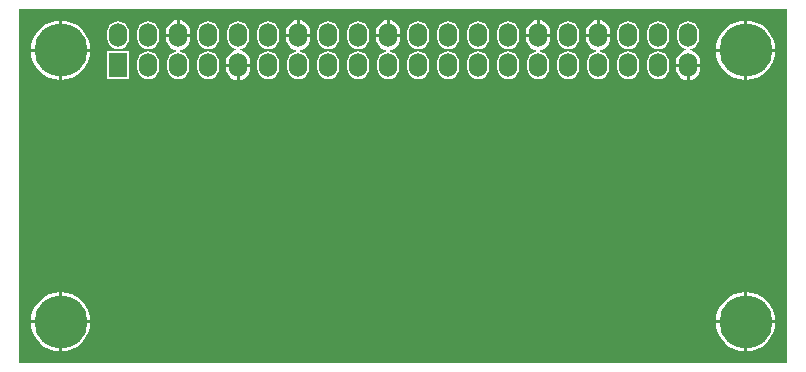
<source format=gbl>
G04*
G04 #@! TF.GenerationSoftware,Altium Limited,CircuitStudio,1.5.1 (13)*
G04*
G04 Layer_Physical_Order=2*
G04 Layer_Color=12500520*
%FSLAX25Y25*%
%MOIN*%
G70*
G01*
G75*
%ADD16C,0.01000*%
%ADD17C,0.17716*%
%ADD18O,0.06000X0.08000*%
%ADD19R,0.06000X0.08000*%
%ADD20C,0.02756*%
G36*
X767717Y236220D02*
X511811D01*
Y354331D01*
X767717D01*
Y236220D01*
D02*
G37*
%LPC*%
G36*
X608798Y345051D02*
X604764D01*
X600729D01*
Y344551D01*
X600867Y343507D01*
X601270Y342534D01*
X601911Y341698D01*
X602746Y341057D01*
X603720Y340654D01*
X604118Y340602D01*
Y340097D01*
X603824Y340058D01*
X602948Y339696D01*
X602196Y339119D01*
X601619Y338367D01*
X601257Y337491D01*
X601133Y336551D01*
Y334551D01*
X601257Y333611D01*
X601619Y332736D01*
X602196Y331984D01*
X602948Y331407D01*
X603824Y331044D01*
X604764Y330920D01*
X605704Y331044D01*
X606579Y331407D01*
X607331Y331984D01*
X607908Y332736D01*
X608271Y333611D01*
X608395Y334551D01*
Y336551D01*
X608271Y337491D01*
X607908Y338367D01*
X607331Y339119D01*
X606579Y339696D01*
X605704Y340058D01*
X605409Y340097D01*
Y340602D01*
X605808Y340654D01*
X606781Y341057D01*
X607617Y341698D01*
X608258Y342534D01*
X608661Y343507D01*
X608798Y344551D01*
Y345051D01*
D02*
G37*
G36*
X614764Y340182D02*
X613824Y340058D01*
X612948Y339696D01*
X612196Y339119D01*
X611619Y338367D01*
X611257Y337491D01*
X611133Y336551D01*
Y334551D01*
X611257Y333611D01*
X611619Y332736D01*
X612196Y331984D01*
X612948Y331407D01*
X613824Y331044D01*
X614764Y330920D01*
X615704Y331044D01*
X616579Y331407D01*
X617331Y331984D01*
X617908Y332736D01*
X618271Y333611D01*
X618395Y334551D01*
Y336551D01*
X618271Y337491D01*
X617908Y338367D01*
X617331Y339119D01*
X616579Y339696D01*
X615704Y340058D01*
X614764Y340182D01*
D02*
G37*
G36*
X624764D02*
X623824Y340058D01*
X622948Y339696D01*
X622196Y339119D01*
X621619Y338367D01*
X621256Y337491D01*
X621133Y336551D01*
Y334551D01*
X621256Y333611D01*
X621619Y332736D01*
X622196Y331984D01*
X622948Y331407D01*
X623824Y331044D01*
X624764Y330920D01*
X625704Y331044D01*
X626579Y331407D01*
X627331Y331984D01*
X627908Y332736D01*
X628271Y333611D01*
X628395Y334551D01*
Y336551D01*
X628271Y337491D01*
X627908Y338367D01*
X627331Y339119D01*
X626579Y339696D01*
X625704Y340058D01*
X624764Y340182D01*
D02*
G37*
G36*
X594764D02*
X593824Y340058D01*
X592948Y339696D01*
X592196Y339119D01*
X591619Y338367D01*
X591257Y337491D01*
X591133Y336551D01*
Y334551D01*
X591257Y333611D01*
X591619Y332736D01*
X592196Y331984D01*
X592948Y331407D01*
X593824Y331044D01*
X594764Y330920D01*
X595704Y331044D01*
X596579Y331407D01*
X597331Y331984D01*
X597908Y332736D01*
X598271Y333611D01*
X598395Y334551D01*
Y336551D01*
X598271Y337491D01*
X597908Y338367D01*
X597331Y339119D01*
X596579Y339696D01*
X595704Y340058D01*
X594764Y340182D01*
D02*
G37*
G36*
X554764D02*
X553824Y340058D01*
X552948Y339696D01*
X552196Y339119D01*
X551619Y338367D01*
X551257Y337491D01*
X551133Y336551D01*
Y334551D01*
X551257Y333611D01*
X551619Y332736D01*
X552196Y331984D01*
X552948Y331407D01*
X553824Y331044D01*
X554764Y330920D01*
X555704Y331044D01*
X556579Y331407D01*
X557331Y331984D01*
X557908Y332736D01*
X558271Y333611D01*
X558395Y334551D01*
Y336551D01*
X558271Y337491D01*
X557908Y338367D01*
X557331Y339119D01*
X556579Y339696D01*
X555704Y340058D01*
X554764Y340182D01*
D02*
G37*
G36*
X568798Y345051D02*
X564764D01*
X560729D01*
Y344551D01*
X560867Y343507D01*
X561270Y342534D01*
X561911Y341698D01*
X562746Y341057D01*
X563720Y340654D01*
X564118Y340602D01*
Y340097D01*
X563824Y340058D01*
X562948Y339696D01*
X562196Y339119D01*
X561619Y338367D01*
X561257Y337491D01*
X561133Y336551D01*
Y334551D01*
X561257Y333611D01*
X561619Y332736D01*
X562196Y331984D01*
X562948Y331407D01*
X563824Y331044D01*
X564764Y330920D01*
X565704Y331044D01*
X566579Y331407D01*
X567331Y331984D01*
X567908Y332736D01*
X568271Y333611D01*
X568395Y334551D01*
Y336551D01*
X568271Y337491D01*
X567908Y338367D01*
X567331Y339119D01*
X566579Y339696D01*
X565704Y340058D01*
X565409Y340097D01*
Y340602D01*
X565808Y340654D01*
X566781Y341057D01*
X567617Y341698D01*
X568258Y342534D01*
X568661Y343507D01*
X568798Y344551D01*
Y345051D01*
D02*
G37*
G36*
X574764Y340182D02*
X573824Y340058D01*
X572948Y339696D01*
X572196Y339119D01*
X571619Y338367D01*
X571256Y337491D01*
X571133Y336551D01*
Y334551D01*
X571256Y333611D01*
X571619Y332736D01*
X572196Y331984D01*
X572948Y331407D01*
X573824Y331044D01*
X574764Y330920D01*
X575704Y331044D01*
X576579Y331407D01*
X577331Y331984D01*
X577908Y332736D01*
X578271Y333611D01*
X578395Y334551D01*
Y336551D01*
X578271Y337491D01*
X577908Y338367D01*
X577331Y339119D01*
X576579Y339696D01*
X575704Y340058D01*
X574764Y340182D01*
D02*
G37*
G36*
X638798Y345051D02*
X634764D01*
X630729D01*
Y344551D01*
X630867Y343507D01*
X631270Y342534D01*
X631911Y341698D01*
X632747Y341057D01*
X633720Y340654D01*
X634119Y340602D01*
Y340097D01*
X633824Y340058D01*
X632948Y339696D01*
X632196Y339119D01*
X631619Y338367D01*
X631256Y337491D01*
X631133Y336551D01*
Y334551D01*
X631256Y333611D01*
X631619Y332736D01*
X632196Y331984D01*
X632948Y331407D01*
X633824Y331044D01*
X634764Y330920D01*
X635704Y331044D01*
X636579Y331407D01*
X637331Y331984D01*
X637908Y332736D01*
X638271Y333611D01*
X638395Y334551D01*
Y336551D01*
X638271Y337491D01*
X637908Y338367D01*
X637331Y339119D01*
X636579Y339696D01*
X635704Y340058D01*
X635409Y340097D01*
Y340602D01*
X635808Y340654D01*
X636781Y341057D01*
X637617Y341698D01*
X638258Y342534D01*
X638661Y343507D01*
X638798Y344551D01*
Y345051D01*
D02*
G37*
G36*
X688798D02*
X684764D01*
X680729D01*
Y344551D01*
X680867Y343507D01*
X681270Y342534D01*
X681911Y341698D01*
X682747Y341057D01*
X683720Y340654D01*
X684119Y340602D01*
Y340097D01*
X683824Y340058D01*
X682948Y339696D01*
X682196Y339119D01*
X681619Y338367D01*
X681256Y337491D01*
X681133Y336551D01*
Y334551D01*
X681256Y333611D01*
X681619Y332736D01*
X682196Y331984D01*
X682948Y331407D01*
X683824Y331044D01*
X684764Y330920D01*
X685704Y331044D01*
X686579Y331407D01*
X687331Y331984D01*
X687908Y332736D01*
X688271Y333611D01*
X688395Y334551D01*
Y336551D01*
X688271Y337491D01*
X687908Y338367D01*
X687331Y339119D01*
X686579Y339696D01*
X685704Y340058D01*
X685409Y340097D01*
Y340602D01*
X685808Y340654D01*
X686781Y341057D01*
X687617Y341698D01*
X688258Y342534D01*
X688661Y343507D01*
X688798Y344551D01*
Y345051D01*
D02*
G37*
G36*
X694764Y340182D02*
X693824Y340058D01*
X692948Y339696D01*
X692196Y339119D01*
X691619Y338367D01*
X691257Y337491D01*
X691133Y336551D01*
Y334551D01*
X691257Y333611D01*
X691619Y332736D01*
X692196Y331984D01*
X692948Y331407D01*
X693824Y331044D01*
X694764Y330920D01*
X695704Y331044D01*
X696579Y331407D01*
X697331Y331984D01*
X697908Y332736D01*
X698271Y333611D01*
X698395Y334551D01*
Y336551D01*
X698271Y337491D01*
X697908Y338367D01*
X697331Y339119D01*
X696579Y339696D01*
X695704Y340058D01*
X694764Y340182D01*
D02*
G37*
G36*
X708798Y345051D02*
X704764D01*
X700729D01*
Y344551D01*
X700867Y343507D01*
X701270Y342534D01*
X701911Y341698D01*
X702746Y341057D01*
X703720Y340654D01*
X704118Y340602D01*
Y340097D01*
X703824Y340058D01*
X702948Y339696D01*
X702196Y339119D01*
X701619Y338367D01*
X701257Y337491D01*
X701133Y336551D01*
Y334551D01*
X701257Y333611D01*
X701619Y332736D01*
X702196Y331984D01*
X702948Y331407D01*
X703824Y331044D01*
X704764Y330920D01*
X705704Y331044D01*
X706579Y331407D01*
X707331Y331984D01*
X707908Y332736D01*
X708271Y333611D01*
X708395Y334551D01*
Y336551D01*
X708271Y337491D01*
X707908Y338367D01*
X707331Y339119D01*
X706579Y339696D01*
X705704Y340058D01*
X705409Y340097D01*
Y340602D01*
X705808Y340654D01*
X706781Y341057D01*
X707617Y341698D01*
X708258Y342534D01*
X708661Y343507D01*
X708798Y344551D01*
Y345051D01*
D02*
G37*
G36*
X674764Y340182D02*
X673824Y340058D01*
X672948Y339696D01*
X672196Y339119D01*
X671619Y338367D01*
X671256Y337491D01*
X671133Y336551D01*
Y334551D01*
X671256Y333611D01*
X671619Y332736D01*
X672196Y331984D01*
X672948Y331407D01*
X673824Y331044D01*
X674764Y330920D01*
X675704Y331044D01*
X676579Y331407D01*
X677331Y331984D01*
X677908Y332736D01*
X678271Y333611D01*
X678395Y334551D01*
Y336551D01*
X678271Y337491D01*
X677908Y338367D01*
X677331Y339119D01*
X676579Y339696D01*
X675704Y340058D01*
X674764Y340182D01*
D02*
G37*
G36*
X644764D02*
X643824Y340058D01*
X642948Y339696D01*
X642196Y339119D01*
X641619Y338367D01*
X641257Y337491D01*
X641133Y336551D01*
Y334551D01*
X641257Y333611D01*
X641619Y332736D01*
X642196Y331984D01*
X642948Y331407D01*
X643824Y331044D01*
X644764Y330920D01*
X645704Y331044D01*
X646579Y331407D01*
X647331Y331984D01*
X647908Y332736D01*
X648271Y333611D01*
X648395Y334551D01*
Y336551D01*
X648271Y337491D01*
X647908Y338367D01*
X647331Y339119D01*
X646579Y339696D01*
X645704Y340058D01*
X644764Y340182D01*
D02*
G37*
G36*
X654764D02*
X653824Y340058D01*
X652948Y339696D01*
X652196Y339119D01*
X651619Y338367D01*
X651257Y337491D01*
X651133Y336551D01*
Y334551D01*
X651257Y333611D01*
X651619Y332736D01*
X652196Y331984D01*
X652948Y331407D01*
X653824Y331044D01*
X654764Y330920D01*
X655704Y331044D01*
X656579Y331407D01*
X657331Y331984D01*
X657908Y332736D01*
X658271Y333611D01*
X658395Y334551D01*
Y336551D01*
X658271Y337491D01*
X657908Y338367D01*
X657331Y339119D01*
X656579Y339696D01*
X655704Y340058D01*
X654764Y340182D01*
D02*
G37*
G36*
X664764D02*
X663824Y340058D01*
X662948Y339696D01*
X662196Y339119D01*
X661619Y338367D01*
X661257Y337491D01*
X661133Y336551D01*
Y334551D01*
X661257Y333611D01*
X661619Y332736D01*
X662196Y331984D01*
X662948Y331407D01*
X663824Y331044D01*
X664764Y330920D01*
X665704Y331044D01*
X666579Y331407D01*
X667331Y331984D01*
X667908Y332736D01*
X668271Y333611D01*
X668395Y334551D01*
Y336551D01*
X668271Y337491D01*
X667908Y338367D01*
X667331Y339119D01*
X666579Y339696D01*
X665704Y340058D01*
X664764Y340182D01*
D02*
G37*
G36*
X763794Y340051D02*
X754437D01*
Y330695D01*
X755870Y330836D01*
X757728Y331399D01*
X759441Y332315D01*
X760942Y333547D01*
X762174Y335048D01*
X763089Y336760D01*
X763653Y338619D01*
X763794Y340051D01*
D02*
G37*
G36*
X525091Y259857D02*
X523658Y259716D01*
X521800Y259152D01*
X520087Y258237D01*
X518586Y257005D01*
X517354Y255504D01*
X516439Y253791D01*
X515875Y251933D01*
X515734Y250500D01*
X525091D01*
Y259857D01*
D02*
G37*
G36*
X526090D02*
Y250500D01*
X535447D01*
X535306Y251933D01*
X534742Y253791D01*
X533827Y255504D01*
X532595Y257005D01*
X531094Y258237D01*
X529381Y259152D01*
X527523Y259716D01*
X526090Y259857D01*
D02*
G37*
G36*
X753437D02*
X752004Y259716D01*
X750146Y259152D01*
X748434Y258237D01*
X746932Y257005D01*
X745701Y255504D01*
X744785Y253791D01*
X744221Y251933D01*
X744080Y250500D01*
X753437D01*
Y259857D01*
D02*
G37*
G36*
X763794Y249500D02*
X754437D01*
Y240143D01*
X755870Y240284D01*
X757728Y240848D01*
X759441Y241763D01*
X760942Y242995D01*
X762174Y244496D01*
X763089Y246209D01*
X763653Y248067D01*
X763794Y249500D01*
D02*
G37*
G36*
X525091D02*
X515734D01*
X515875Y248067D01*
X516439Y246209D01*
X517354Y244496D01*
X518586Y242995D01*
X520087Y241763D01*
X521800Y240848D01*
X523658Y240284D01*
X525091Y240143D01*
Y249500D01*
D02*
G37*
G36*
X535447D02*
X526090D01*
Y240143D01*
X527523Y240284D01*
X529381Y240848D01*
X531094Y241763D01*
X532595Y242995D01*
X533827Y244496D01*
X534742Y246209D01*
X535306Y248067D01*
X535447Y249500D01*
D02*
G37*
G36*
X753437D02*
X744080D01*
X744221Y248067D01*
X744785Y246209D01*
X745701Y244496D01*
X746932Y242995D01*
X748434Y241763D01*
X750146Y240848D01*
X752004Y240284D01*
X753437Y240143D01*
Y249500D01*
D02*
G37*
G36*
X754437Y259857D02*
Y250500D01*
X763794D01*
X763653Y251933D01*
X763089Y253791D01*
X762174Y255504D01*
X760942Y257005D01*
X759441Y258237D01*
X757728Y259152D01*
X755870Y259716D01*
X754437Y259857D01*
D02*
G37*
G36*
X525091Y340051D02*
X515734D01*
X515875Y338619D01*
X516439Y336760D01*
X517354Y335048D01*
X518586Y333547D01*
X520087Y332315D01*
X521800Y331399D01*
X523658Y330836D01*
X525091Y330695D01*
Y340051D01*
D02*
G37*
G36*
X535447D02*
X526090D01*
Y330695D01*
X527523Y330836D01*
X529381Y331399D01*
X531094Y332315D01*
X532595Y333547D01*
X533827Y335048D01*
X534742Y336760D01*
X535306Y338619D01*
X535447Y340051D01*
D02*
G37*
G36*
X753437D02*
X744080D01*
X744221Y338619D01*
X744785Y336760D01*
X745701Y335048D01*
X746932Y333547D01*
X748434Y332315D01*
X750146Y331399D01*
X752004Y330836D01*
X753437Y330695D01*
Y340051D01*
D02*
G37*
G36*
X738798Y335051D02*
X735264D01*
Y330582D01*
X735808Y330654D01*
X736781Y331057D01*
X737617Y331698D01*
X738258Y332534D01*
X738661Y333507D01*
X738798Y334551D01*
Y335051D01*
D02*
G37*
G36*
X734264D02*
X730729D01*
Y334551D01*
X730867Y333507D01*
X731270Y332534D01*
X731911Y331698D01*
X732747Y331057D01*
X733720Y330654D01*
X734264Y330582D01*
Y335051D01*
D02*
G37*
G36*
X584264D02*
X580729D01*
Y334551D01*
X580867Y333507D01*
X581270Y332534D01*
X581911Y331698D01*
X582747Y331057D01*
X583720Y330654D01*
X584264Y330582D01*
Y335051D01*
D02*
G37*
G36*
X588798D02*
X585264D01*
Y330582D01*
X585808Y330654D01*
X586781Y331057D01*
X587617Y331698D01*
X588258Y332534D01*
X588661Y333507D01*
X588798Y334551D01*
Y335051D01*
D02*
G37*
G36*
X754437Y350408D02*
Y341051D01*
X763794D01*
X763653Y342484D01*
X763089Y344342D01*
X762174Y346055D01*
X760942Y347556D01*
X759441Y348788D01*
X757728Y349703D01*
X755870Y350267D01*
X754437Y350408D01*
D02*
G37*
G36*
X753437D02*
X752004Y350267D01*
X750146Y349703D01*
X748434Y348788D01*
X746932Y347556D01*
X745701Y346055D01*
X744785Y344342D01*
X744221Y342484D01*
X744080Y341051D01*
X753437D01*
Y350408D01*
D02*
G37*
G36*
X604264Y350520D02*
X603720Y350448D01*
X602746Y350045D01*
X601911Y349404D01*
X601270Y348568D01*
X600867Y347595D01*
X600729Y346551D01*
Y346051D01*
X604264D01*
Y350520D01*
D02*
G37*
G36*
X564264D02*
X563720Y350448D01*
X562746Y350045D01*
X561911Y349404D01*
X561270Y348568D01*
X560867Y347595D01*
X560729Y346551D01*
Y346051D01*
X564264D01*
Y350520D01*
D02*
G37*
G36*
X724764Y350182D02*
X723824Y350059D01*
X722948Y349696D01*
X722196Y349119D01*
X721619Y348367D01*
X721256Y347491D01*
X721133Y346551D01*
Y344551D01*
X721256Y343611D01*
X721619Y342736D01*
X722196Y341984D01*
X722948Y341407D01*
X723824Y341044D01*
X724764Y340920D01*
X725704Y341044D01*
X726579Y341407D01*
X727331Y341984D01*
X727908Y342736D01*
X728271Y343611D01*
X728395Y344551D01*
Y346551D01*
X728271Y347491D01*
X727908Y348367D01*
X727331Y349119D01*
X726579Y349696D01*
X725704Y350059D01*
X724764Y350182D01*
D02*
G37*
G36*
X714764D02*
X713824Y350059D01*
X712948Y349696D01*
X712196Y349119D01*
X711619Y348367D01*
X711257Y347491D01*
X711133Y346551D01*
Y344551D01*
X711257Y343611D01*
X711619Y342736D01*
X712196Y341984D01*
X712948Y341407D01*
X713824Y341044D01*
X714764Y340920D01*
X715704Y341044D01*
X716579Y341407D01*
X717331Y341984D01*
X717908Y342736D01*
X718271Y343611D01*
X718395Y344551D01*
Y346551D01*
X718271Y347491D01*
X717908Y348367D01*
X717331Y349119D01*
X716579Y349696D01*
X715704Y350059D01*
X714764Y350182D01*
D02*
G37*
G36*
X526090Y350408D02*
Y341051D01*
X535447D01*
X535306Y342484D01*
X534742Y344342D01*
X533827Y346055D01*
X532595Y347556D01*
X531094Y348788D01*
X529381Y349703D01*
X527523Y350267D01*
X526090Y350408D01*
D02*
G37*
G36*
X525091D02*
X523658Y350267D01*
X521800Y349703D01*
X520087Y348788D01*
X518586Y347556D01*
X517354Y346055D01*
X516439Y344342D01*
X515875Y342484D01*
X515734Y341051D01*
X525091D01*
Y350408D01*
D02*
G37*
G36*
X635264Y350520D02*
Y346051D01*
X638798D01*
Y346551D01*
X638661Y347595D01*
X638258Y348568D01*
X637617Y349404D01*
X636781Y350045D01*
X635808Y350448D01*
X635264Y350520D01*
D02*
G37*
G36*
X605264D02*
Y346051D01*
X608798D01*
Y346551D01*
X608661Y347595D01*
X608258Y348568D01*
X607617Y349404D01*
X606781Y350045D01*
X605808Y350448D01*
X605264Y350520D01*
D02*
G37*
G36*
X705264D02*
Y346051D01*
X708798D01*
Y346551D01*
X708661Y347595D01*
X708258Y348568D01*
X707617Y349404D01*
X706781Y350045D01*
X705808Y350448D01*
X705264Y350520D01*
D02*
G37*
G36*
X685264D02*
Y346051D01*
X688798D01*
Y346551D01*
X688661Y347595D01*
X688258Y348568D01*
X687617Y349404D01*
X686781Y350045D01*
X685808Y350448D01*
X685264Y350520D01*
D02*
G37*
G36*
X684264Y350520D02*
X683720Y350448D01*
X682747Y350045D01*
X681911Y349404D01*
X681270Y348568D01*
X680867Y347595D01*
X680729Y346551D01*
Y346051D01*
X684264D01*
Y350520D01*
D02*
G37*
G36*
X634264D02*
X633720Y350448D01*
X632747Y350045D01*
X631911Y349404D01*
X631270Y348568D01*
X630867Y347595D01*
X630729Y346551D01*
Y346051D01*
X634264D01*
Y350520D01*
D02*
G37*
G36*
X565264Y350520D02*
Y346051D01*
X568798D01*
Y346551D01*
X568661Y347595D01*
X568258Y348568D01*
X567617Y349404D01*
X566781Y350045D01*
X565808Y350448D01*
X565264Y350520D01*
D02*
G37*
G36*
X704264Y350520D02*
X703720Y350448D01*
X702746Y350045D01*
X701911Y349404D01*
X701270Y348568D01*
X700867Y347595D01*
X700729Y346551D01*
Y346051D01*
X704264D01*
Y350520D01*
D02*
G37*
G36*
X544764Y350182D02*
X543824Y350059D01*
X542948Y349696D01*
X542196Y349119D01*
X541619Y348367D01*
X541257Y347491D01*
X541133Y346551D01*
Y344551D01*
X541257Y343611D01*
X541619Y342736D01*
X542196Y341984D01*
X542948Y341407D01*
X543824Y341044D01*
X544764Y340920D01*
X545704Y341044D01*
X546579Y341407D01*
X547331Y341984D01*
X547908Y342736D01*
X548271Y343611D01*
X548395Y344551D01*
Y346551D01*
X548271Y347491D01*
X547908Y348367D01*
X547331Y349119D01*
X546579Y349696D01*
X545704Y350059D01*
X544764Y350182D01*
D02*
G37*
G36*
X734764D02*
X733824Y350059D01*
X732948Y349696D01*
X732196Y349119D01*
X731619Y348367D01*
X731256Y347491D01*
X731133Y346551D01*
Y344551D01*
X731256Y343611D01*
X731619Y342736D01*
X732196Y341984D01*
X732948Y341407D01*
X733824Y341044D01*
X734119Y341005D01*
Y340501D01*
X733720Y340448D01*
X732747Y340045D01*
X731911Y339404D01*
X731270Y338568D01*
X730867Y337595D01*
X730729Y336551D01*
Y336051D01*
X734764D01*
X738798D01*
Y336551D01*
X738661Y337595D01*
X738258Y338568D01*
X737617Y339404D01*
X736781Y340045D01*
X735808Y340448D01*
X735409Y340501D01*
Y341005D01*
X735704Y341044D01*
X736579Y341407D01*
X737331Y341984D01*
X737908Y342736D01*
X738271Y343611D01*
X738395Y344551D01*
Y346551D01*
X738271Y347491D01*
X737908Y348367D01*
X737331Y349119D01*
X736579Y349696D01*
X735704Y350059D01*
X734764Y350182D01*
D02*
G37*
G36*
X574764D02*
X573824Y350059D01*
X572948Y349696D01*
X572196Y349119D01*
X571619Y348367D01*
X571256Y347491D01*
X571133Y346551D01*
Y344551D01*
X571256Y343611D01*
X571619Y342736D01*
X572196Y341984D01*
X572948Y341407D01*
X573824Y341044D01*
X574764Y340920D01*
X575704Y341044D01*
X576579Y341407D01*
X577331Y341984D01*
X577908Y342736D01*
X578271Y343611D01*
X578395Y344551D01*
Y346551D01*
X578271Y347491D01*
X577908Y348367D01*
X577331Y349119D01*
X576579Y349696D01*
X575704Y350059D01*
X574764Y350182D01*
D02*
G37*
G36*
X554764D02*
X553824Y350059D01*
X552948Y349696D01*
X552196Y349119D01*
X551619Y348367D01*
X551257Y347491D01*
X551133Y346551D01*
Y344551D01*
X551257Y343611D01*
X551619Y342736D01*
X552196Y341984D01*
X552948Y341407D01*
X553824Y341044D01*
X554764Y340920D01*
X555704Y341044D01*
X556579Y341407D01*
X557331Y341984D01*
X557908Y342736D01*
X558271Y343611D01*
X558395Y344551D01*
Y346551D01*
X558271Y347491D01*
X557908Y348367D01*
X557331Y349119D01*
X556579Y349696D01*
X555704Y350059D01*
X554764Y350182D01*
D02*
G37*
G36*
X724764Y340182D02*
X723824Y340058D01*
X722948Y339696D01*
X722196Y339119D01*
X721619Y338367D01*
X721256Y337491D01*
X721133Y336551D01*
Y334551D01*
X721256Y333611D01*
X721619Y332736D01*
X722196Y331984D01*
X722948Y331407D01*
X723824Y331044D01*
X724764Y330920D01*
X725704Y331044D01*
X726579Y331407D01*
X727331Y331984D01*
X727908Y332736D01*
X728271Y333611D01*
X728395Y334551D01*
Y336551D01*
X728271Y337491D01*
X727908Y338367D01*
X727331Y339119D01*
X726579Y339696D01*
X725704Y340058D01*
X724764Y340182D01*
D02*
G37*
G36*
X714764D02*
X713824Y340058D01*
X712948Y339696D01*
X712196Y339119D01*
X711619Y338367D01*
X711257Y337491D01*
X711133Y336551D01*
Y334551D01*
X711257Y333611D01*
X711619Y332736D01*
X712196Y331984D01*
X712948Y331407D01*
X713824Y331044D01*
X714764Y330920D01*
X715704Y331044D01*
X716579Y331407D01*
X717331Y331984D01*
X717908Y332736D01*
X718271Y333611D01*
X718395Y334551D01*
Y336551D01*
X718271Y337491D01*
X717908Y338367D01*
X717331Y339119D01*
X716579Y339696D01*
X715704Y340058D01*
X714764Y340182D01*
D02*
G37*
G36*
X584764Y350182D02*
X583824Y350059D01*
X582948Y349696D01*
X582196Y349119D01*
X581619Y348367D01*
X581256Y347491D01*
X581133Y346551D01*
Y344551D01*
X581256Y343611D01*
X581619Y342736D01*
X582196Y341984D01*
X582948Y341407D01*
X583824Y341044D01*
X584119Y341005D01*
Y340501D01*
X583720Y340448D01*
X582747Y340045D01*
X581911Y339404D01*
X581270Y338568D01*
X580867Y337595D01*
X580729Y336551D01*
Y336051D01*
X584764D01*
X588798D01*
Y336551D01*
X588661Y337595D01*
X588258Y338568D01*
X587617Y339404D01*
X586781Y340045D01*
X585808Y340448D01*
X585409Y340501D01*
Y341005D01*
X585704Y341044D01*
X586579Y341407D01*
X587331Y341984D01*
X587908Y342736D01*
X588271Y343611D01*
X588395Y344551D01*
Y346551D01*
X588271Y347491D01*
X587908Y348367D01*
X587331Y349119D01*
X586579Y349696D01*
X585704Y350059D01*
X584764Y350182D01*
D02*
G37*
G36*
X548364Y340151D02*
X541164D01*
Y330951D01*
X548364D01*
Y340151D01*
D02*
G37*
G36*
X664764Y350182D02*
X663824Y350059D01*
X662948Y349696D01*
X662196Y349119D01*
X661619Y348367D01*
X661257Y347491D01*
X661133Y346551D01*
Y344551D01*
X661257Y343611D01*
X661619Y342736D01*
X662196Y341984D01*
X662948Y341407D01*
X663824Y341044D01*
X664764Y340920D01*
X665704Y341044D01*
X666579Y341407D01*
X667331Y341984D01*
X667908Y342736D01*
X668271Y343611D01*
X668395Y344551D01*
Y346551D01*
X668271Y347491D01*
X667908Y348367D01*
X667331Y349119D01*
X666579Y349696D01*
X665704Y350059D01*
X664764Y350182D01*
D02*
G37*
G36*
X654764D02*
X653824Y350059D01*
X652948Y349696D01*
X652196Y349119D01*
X651619Y348367D01*
X651257Y347491D01*
X651133Y346551D01*
Y344551D01*
X651257Y343611D01*
X651619Y342736D01*
X652196Y341984D01*
X652948Y341407D01*
X653824Y341044D01*
X654764Y340920D01*
X655704Y341044D01*
X656579Y341407D01*
X657331Y341984D01*
X657908Y342736D01*
X658271Y343611D01*
X658395Y344551D01*
Y346551D01*
X658271Y347491D01*
X657908Y348367D01*
X657331Y349119D01*
X656579Y349696D01*
X655704Y350059D01*
X654764Y350182D01*
D02*
G37*
G36*
X694764D02*
X693824Y350059D01*
X692948Y349696D01*
X692196Y349119D01*
X691619Y348367D01*
X691257Y347491D01*
X691133Y346551D01*
Y344551D01*
X691257Y343611D01*
X691619Y342736D01*
X692196Y341984D01*
X692948Y341407D01*
X693824Y341044D01*
X694764Y340920D01*
X695704Y341044D01*
X696579Y341407D01*
X697331Y341984D01*
X697908Y342736D01*
X698271Y343611D01*
X698395Y344551D01*
Y346551D01*
X698271Y347491D01*
X697908Y348367D01*
X697331Y349119D01*
X696579Y349696D01*
X695704Y350059D01*
X694764Y350182D01*
D02*
G37*
G36*
X674764D02*
X673824Y350059D01*
X672948Y349696D01*
X672196Y349119D01*
X671619Y348367D01*
X671256Y347491D01*
X671133Y346551D01*
Y344551D01*
X671256Y343611D01*
X671619Y342736D01*
X672196Y341984D01*
X672948Y341407D01*
X673824Y341044D01*
X674764Y340920D01*
X675704Y341044D01*
X676579Y341407D01*
X677331Y341984D01*
X677908Y342736D01*
X678271Y343611D01*
X678395Y344551D01*
Y346551D01*
X678271Y347491D01*
X677908Y348367D01*
X677331Y349119D01*
X676579Y349696D01*
X675704Y350059D01*
X674764Y350182D01*
D02*
G37*
G36*
X614764D02*
X613824Y350059D01*
X612948Y349696D01*
X612196Y349119D01*
X611619Y348367D01*
X611257Y347491D01*
X611133Y346551D01*
Y344551D01*
X611257Y343611D01*
X611619Y342736D01*
X612196Y341984D01*
X612948Y341407D01*
X613824Y341044D01*
X614764Y340920D01*
X615704Y341044D01*
X616579Y341407D01*
X617331Y341984D01*
X617908Y342736D01*
X618271Y343611D01*
X618395Y344551D01*
Y346551D01*
X618271Y347491D01*
X617908Y348367D01*
X617331Y349119D01*
X616579Y349696D01*
X615704Y350059D01*
X614764Y350182D01*
D02*
G37*
G36*
X594764D02*
X593824Y350059D01*
X592948Y349696D01*
X592196Y349119D01*
X591619Y348367D01*
X591257Y347491D01*
X591133Y346551D01*
Y344551D01*
X591257Y343611D01*
X591619Y342736D01*
X592196Y341984D01*
X592948Y341407D01*
X593824Y341044D01*
X594764Y340920D01*
X595704Y341044D01*
X596579Y341407D01*
X597331Y341984D01*
X597908Y342736D01*
X598271Y343611D01*
X598395Y344551D01*
Y346551D01*
X598271Y347491D01*
X597908Y348367D01*
X597331Y349119D01*
X596579Y349696D01*
X595704Y350059D01*
X594764Y350182D01*
D02*
G37*
G36*
X644764D02*
X643824Y350059D01*
X642948Y349696D01*
X642196Y349119D01*
X641619Y348367D01*
X641257Y347491D01*
X641133Y346551D01*
Y344551D01*
X641257Y343611D01*
X641619Y342736D01*
X642196Y341984D01*
X642948Y341407D01*
X643824Y341044D01*
X644764Y340920D01*
X645704Y341044D01*
X646579Y341407D01*
X647331Y341984D01*
X647908Y342736D01*
X648271Y343611D01*
X648395Y344551D01*
Y346551D01*
X648271Y347491D01*
X647908Y348367D01*
X647331Y349119D01*
X646579Y349696D01*
X645704Y350059D01*
X644764Y350182D01*
D02*
G37*
G36*
X624764D02*
X623824Y350059D01*
X622948Y349696D01*
X622196Y349119D01*
X621619Y348367D01*
X621256Y347491D01*
X621133Y346551D01*
Y344551D01*
X621256Y343611D01*
X621619Y342736D01*
X622196Y341984D01*
X622948Y341407D01*
X623824Y341044D01*
X624764Y340920D01*
X625704Y341044D01*
X626579Y341407D01*
X627331Y341984D01*
X627908Y342736D01*
X628271Y343611D01*
X628395Y344551D01*
Y346551D01*
X628271Y347491D01*
X627908Y348367D01*
X627331Y349119D01*
X626579Y349696D01*
X625704Y350059D01*
X624764Y350182D01*
D02*
G37*
%LPD*%
D16*
X602283Y335551D02*
X604764D01*
D17*
X753937Y250000D02*
D03*
Y340551D02*
D03*
X525591D02*
D03*
Y250000D02*
D03*
D18*
X734764Y345551D02*
D03*
Y335551D02*
D03*
X724764Y345551D02*
D03*
Y335551D02*
D03*
X714764Y345551D02*
D03*
Y335551D02*
D03*
X704764Y345551D02*
D03*
Y335551D02*
D03*
X694764Y345551D02*
D03*
Y335551D02*
D03*
X684764Y345551D02*
D03*
Y335551D02*
D03*
X674764Y345551D02*
D03*
Y335551D02*
D03*
X664764Y345551D02*
D03*
Y335551D02*
D03*
X654764Y345551D02*
D03*
Y335551D02*
D03*
X644764Y345551D02*
D03*
Y335551D02*
D03*
X634764Y345551D02*
D03*
Y335551D02*
D03*
X624764Y345551D02*
D03*
Y335551D02*
D03*
X614764Y345551D02*
D03*
Y335551D02*
D03*
X604764Y345551D02*
D03*
Y335551D02*
D03*
X594764Y345551D02*
D03*
Y335551D02*
D03*
X584764Y345551D02*
D03*
Y335551D02*
D03*
X574764Y345551D02*
D03*
Y335551D02*
D03*
X564764Y345551D02*
D03*
Y335551D02*
D03*
X554764Y345551D02*
D03*
Y335551D02*
D03*
X544764Y345551D02*
D03*
D19*
Y335551D02*
D03*
D20*
X601378Y326772D02*
D03*
X583661Y322835D02*
D03*
X628937Y319882D02*
D03*
X594488Y297244D02*
D03*
X630905Y287402D02*
D03*
X724409Y313976D02*
D03*
Y327756D02*
D03*
X743110D02*
D03*
X713583Y305118D02*
D03*
X732579Y325787D02*
D03*
X745079Y314961D02*
D03*
X741142Y285433D02*
D03*
X701083Y284055D02*
D03*
X669291Y313976D02*
D03*
X657480Y295768D02*
D03*
X697835Y247047D02*
D03*
X673228Y265748D02*
D03*
X632874Y250000D02*
D03*
X578740Y264764D02*
D03*
X544291Y292323D02*
D03*
X565945Y308071D02*
D03*
X569882Y289370D02*
D03*
X607382Y278642D02*
D03*
X648622Y269488D02*
D03*
X654528Y323819D02*
D03*
X680118Y321850D02*
D03*
X678445Y285531D02*
D03*
X724409Y261811D02*
D03*
X745079Y273622D02*
D03*
X598425Y252953D02*
D03*
X547244Y263779D02*
D03*
X525591Y279528D02*
D03*
X520669Y311024D02*
D03*
X686122Y298425D02*
D03*
X640650Y304528D02*
D03*
X545276Y316929D02*
D03*
X698819Y321850D02*
D03*
X591831Y326870D02*
D03*
X616437Y327067D02*
D03*
M02*

</source>
